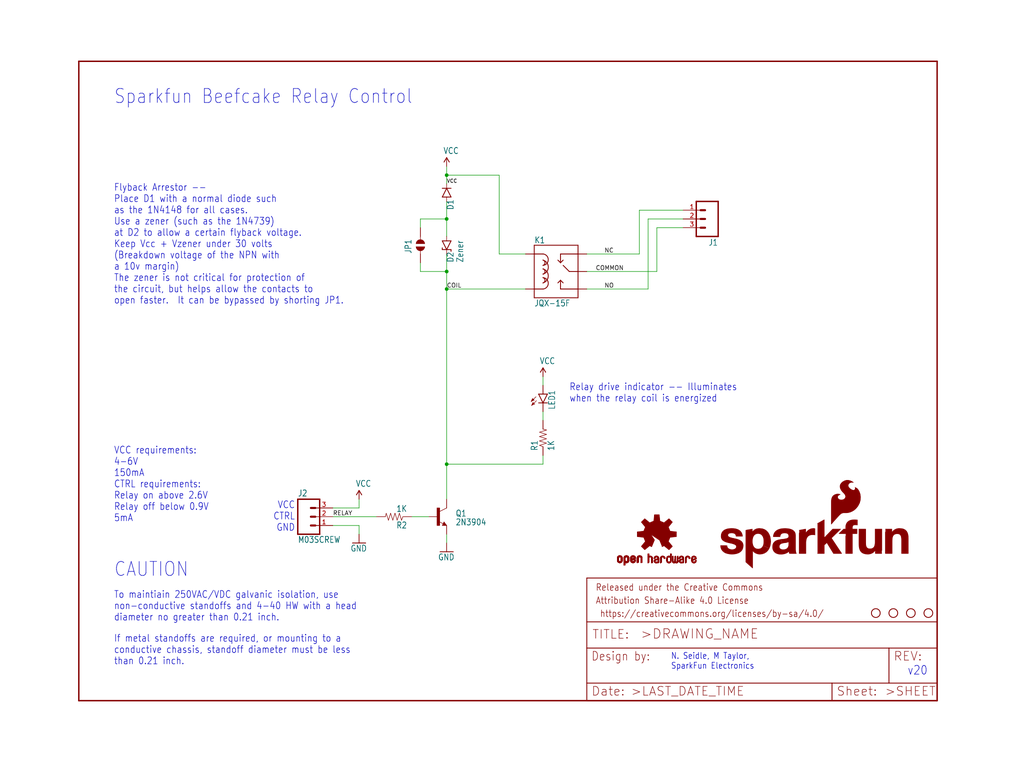
<source format=kicad_sch>
(kicad_sch (version 20211123) (generator eeschema)
  (paper "User" 297.002 223.926)
  (lib_symbols
    (symbol "schematicEagle-eagle-import:1KOHM-1{slash}4W-1%(PTH)HORIZ-KIT"
      (property "Reference" "R" (at -3.81 1.4986 0))
      (property "Value" "1KOHM-1{slash}4W-1%(PTH)HORIZ-KIT" (at -3.81 -3.302 0))
      (symbol "1KOHM-1{slash}4W-1%(PTH)HORIZ-KIT_1_0"
        (pin passive line (at -5.08 0 0) (length 2.54) (name "1") (number "P$1"))
        (pin passive line (at 5.08 0 180) (length 2.54) (name "2") (number "P$2"))
      )
    )
    (symbol "schematicEagle-eagle-import:DIODE-ZENER"
      (property "Reference" "D" (at 2.54 0.4826 0))
      (property "Value" "DIODE-ZENER" (at 2.54 -2.3114 0))
      (symbol "DIODE-ZENER_1_0"
        (pin passive line (at -2.54 0 0) (length 0) (name "A") (number "A"))
        (pin passive line (at 2.54 0 180) (length 0) (name "C") (number "C"))
      )
    )
    (symbol "schematicEagle-eagle-import:DIODEKIT"
      (property "Reference" "D" (at 2.54 0.4826 0))
      (property "Value" "DIODEKIT" (at 2.54 -2.3114 0))
      (symbol "DIODEKIT_1_0"
        (pin passive line (at -2.54 0 0) (length 0) (name "A") (number "A"))
        (pin passive line (at 2.54 0 180) (length 0) (name "C") (number "C"))
      )
    )
    (symbol "schematicEagle-eagle-import:FRAME-LETTER"
      (symbol "FRAME-LETTER_2_0"
        (text " https://creativecommons.org/licenses/by-sa/4.0/" (at 2.54 24.13 0) (effects (font (size 1.9304 1.6408)) (justify left bottom)))
        (text ">DRAWING_NAME" (at 15.494 17.78 0) (effects (font (size 2.7432 2.7432)) (justify left bottom)))
        (text ">LAST_DATE_TIME" (at 12.7 1.27 0) (effects (font (size 2.54 2.54)) (justify left bottom)))
        (text ">SHEET" (at 86.36 1.27 0) (effects (font (size 2.54 2.54)) (justify left bottom)))
        (text "Attribution Share-Alike 4.0 License" (at 2.54 27.94 0) (effects (font (size 1.9304 1.6408)) (justify left bottom)))
        (text "Date:" (at 1.27 1.27 0) (effects (font (size 2.54 2.54)) (justify left bottom)))
        (text "Design by:" (at 1.27 11.43 0) (effects (font (size 2.54 2.159)) (justify left bottom)))
        (text "Released under the Creative Commons" (at 2.54 31.75 0) (effects (font (size 1.9304 1.6408)) (justify left bottom)))
        (text "REV:" (at 88.9 11.43 0) (effects (font (size 2.54 2.54)) (justify left bottom)))
        (text "Sheet:" (at 72.39 1.27 0) (effects (font (size 2.54 2.54)) (justify left bottom)))
        (text "TITLE:" (at 1.524 17.78 0) (effects (font (size 2.54 2.54)) (justify left bottom)))
      )
    )
    (symbol "schematicEagle-eagle-import:GND" (power)
      (property "Value" "GND" (at -2.54 -2.54 0))
      (symbol "GND_1_0"
        (pin power_in line (at 0 2.54 270) (length 2.54) (name "GND") (number "1"))
      )
    )
    (symbol "schematicEagle-eagle-import:JUMPER-PAD-2-NOYES_SILK"
      (property "Reference" "JP" (at -2.54 2.54 0))
      (property "Value" "JUMPER-PAD-2-NOYES_SILK" (at -2.54 -5.08 0))
      (symbol "JUMPER-PAD-2-NOYES_SILK_1_0"
        (pin passive line (at -5.08 0 0) (length 2.54) (name "1") (number "1"))
        (pin passive line (at 5.08 0 180) (length 2.54) (name "2") (number "2"))
      )
    )
    (symbol "schematicEagle-eagle-import:LED5MM-KIT"
      (property "Reference" "D" (at 3.556 -4.572 90))
      (property "Value" "LED5MM-KIT" (at 5.715 -4.572 90))
      (symbol "LED5MM-KIT_1_0"
        (pin passive line (at 0 2.54 270) (length 2.54) (name "A") (number "A"))
        (pin passive line (at 0 -5.08 90) (length 2.54) (name "C") (number "K"))
      )
    )
    (symbol "schematicEagle-eagle-import:M03-SCREW-5MM"
      (property "Reference" "J" (at -2.54 5.842 0))
      (property "Value" "M03-SCREW-5MM" (at -2.54 -7.62 0))
      (symbol "M03-SCREW-5MM_1_0"
        (pin passive line (at 7.62 -2.54 180) (length 5.08) (name "1") (number "1"))
        (pin passive line (at 7.62 0 180) (length 5.08) (name "2") (number "2"))
        (pin passive line (at 7.62 2.54 180) (length 5.08) (name "3") (number "3"))
      )
    )
    (symbol "schematicEagle-eagle-import:M03SCREW"
      (property "Reference" "J" (at -2.54 5.842 0))
      (property "Value" "M03SCREW" (at -2.54 -7.62 0))
      (symbol "M03SCREW_1_0"
        (pin passive line (at 7.62 -2.54 180) (length 5.08) (name "1") (number "1"))
        (pin passive line (at 7.62 0 180) (length 5.08) (name "2") (number "2"))
        (pin passive line (at 7.62 2.54 180) (length 5.08) (name "3") (number "3"))
      )
    )
    (symbol "schematicEagle-eagle-import:OSHW-LOGOS")
    (symbol "schematicEagle-eagle-import:RELAYPTH5"
      (property "Value" "RELAYPTH5" (at -7.62 -10.16 0))
      (symbol "RELAYPTH5_1_0"
        (pin bidirectional line (at -10.16 5.08 0) (length 2.54) (name "COIL1") (number "COIL1"))
        (pin bidirectional line (at -10.16 -5.08 0) (length 2.54) (name "COIL2") (number "COIL2"))
        (pin bidirectional line (at 7.62 0 180) (length 2.54) (name "MAIN") (number "MAIN"))
        (pin bidirectional line (at 7.62 5.08 180) (length 2.54) (name "NC") (number "NC"))
        (pin bidirectional line (at 7.62 -5.08 180) (length 2.54) (name "NO") (number "NO"))
      )
    )
    (symbol "schematicEagle-eagle-import:SFE_LOGO_NAME_FLAME.1_INCH")
    (symbol "schematicEagle-eagle-import:STAND-OFF")
    (symbol "schematicEagle-eagle-import:TRANSISTOR_NPN2N3904-EZ"
      (property "Reference" "Q" (at 5.08 0 0))
      (property "Value" "TRANSISTOR_NPN2N3904-EZ" (at 5.08 -2.54 0))
      (symbol "TRANSISTOR_NPN2N3904-EZ_1_0"
        (pin passive line (at 2.54 -5.08 90) (length 2.54) (name "E") (number "1"))
        (pin passive line (at -2.54 0 0) (length 2.54) (name "B") (number "2"))
        (pin passive line (at 2.54 5.08 270) (length 2.54) (name "C") (number "3"))
      )
    )
    (symbol "schematicEagle-eagle-import:VCC" (power)
      (property "Value" "VCC" (at -1.016 3.556 0))
      (symbol "VCC_1_0"
        (pin power_in line (at 0 0 90) (length 2.54) (name "VCC") (number "1"))
      )
    )
  )
  (junction (at 129.54 83.82))
  (junction (at 129.54 134.62))
  (junction (at 129.54 63.5))
  (junction (at 129.54 78.74))
  (junction (at 129.54 50.8))
  (wire (pts (xy 96.52 147.32) (xy 104.14 147.32)))
  (wire (pts (xy 129.54 157.48) (xy 129.54 154.94)))
  (wire (pts (xy 129.54 50.8) (xy 144.78 50.8)))
  (wire (pts (xy 129.54 73.66) (xy 129.54 78.74)))
  (wire (pts (xy 104.14 147.32) (xy 104.14 144.78)))
  (wire (pts (xy 185.42 60.96) (xy 198.12 60.96)))
  (wire (pts (xy 129.54 53.34) (xy 129.54 50.8)))
  (wire (pts (xy 121.92 76.2) (xy 121.92 78.74)))
  (wire (pts (xy 104.14 152.4) (xy 104.14 154.94)))
  (wire (pts (xy 129.54 144.78) (xy 129.54 134.62)))
  (wire (pts (xy 129.54 83.82) (xy 129.54 78.74)))
  (wire (pts (xy 129.54 58.42) (xy 129.54 63.5)))
  (wire (pts (xy 129.54 50.8) (xy 129.54 48.26)))
  (wire (pts (xy 185.42 73.66) (xy 185.42 60.96)))
  (wire (pts (xy 190.5 66.04) (xy 198.12 66.04)))
  (wire (pts (xy 157.48 109.22) (xy 157.48 111.76)))
  (wire (pts (xy 129.54 78.74) (xy 121.92 78.74)))
  (wire (pts (xy 190.5 78.74) (xy 190.5 66.04)))
  (wire (pts (xy 96.52 152.4) (xy 104.14 152.4)))
  (wire (pts (xy 119.38 149.86) (xy 124.46 149.86)))
  (wire (pts (xy 129.54 83.82) (xy 152.4 83.82)))
  (wire (pts (xy 129.54 134.62) (xy 129.54 83.82)))
  (wire (pts (xy 129.54 134.62) (xy 157.48 134.62)))
  (wire (pts (xy 144.78 73.66) (xy 152.4 73.66)))
  (wire (pts (xy 109.22 149.86) (xy 96.52 149.86)))
  (wire (pts (xy 187.96 83.82) (xy 187.96 63.5)))
  (wire (pts (xy 187.96 83.82) (xy 170.18 83.82)))
  (wire (pts (xy 187.96 63.5) (xy 198.12 63.5)))
  (wire (pts (xy 157.48 121.92) (xy 157.48 119.38)))
  (wire (pts (xy 190.5 78.74) (xy 170.18 78.74)))
  (wire (pts (xy 144.78 50.8) (xy 144.78 73.66)))
  (wire (pts (xy 121.92 66.04) (xy 121.92 63.5)))
  (wire (pts (xy 129.54 63.5) (xy 129.54 68.58)))
  (wire (pts (xy 129.54 63.5) (xy 121.92 63.5)))
  (wire (pts (xy 170.18 73.66) (xy 185.42 73.66)))
  (wire (pts (xy 157.48 134.62) (xy 157.48 132.08)))
  (text "VCC requirements:\n4-6V\n150mA\nCTRL requirements:\nRelay on above 2.6V\nRelay off below 0.9V\n5mA" (at 33.02 129.54 0) (effects (font (size 2.032 1.7272)) (justify left top)))
  (text "VCC\nCTRL\nGND" (at 85.598 149.86 180) (effects (font (size 2.032 1.7272)) (justify right)))
  (text "v20" (at 263.144 196.088 180) (effects (font (size 2.54 2.159)) (justify left bottom)))
  (text "Flyback Arrestor --\nPlace D1 with a normal diode such\nas the 1N4148 for all cases.\nUse a zener (such as the 1N4739)\nat D2 to allow a certain flyback voltage.\nKeep Vcc + Vzener under 30 volts\n(Breakdown voltage of the NPN with\na 10v margin)\nThe zener is not critical for protection of\nthe circuit, but helps allow the contacts to\nopen faster.  It can be bypassed by shorting JP1." (at 33.02 53.34 0) (effects (font (size 2.032 1.7272)) (justify left top)))
  (text "If metal standoffs are required, or mounting to a\nconductive chassis, standoff diameter must be less\nthan 0.21 inch." (at 33.02 193.04 0) (effects (font (size 2.032 1.7272)) (justify left bottom)))
  (text "To maintiain 250VAC/VDC galvanic isolation, use\nnon-conductive standoffs and 4-40 HW with a head\ndiameter no greater than 0.21 inch." (at 33.02 180.34 0) (effects (font (size 2.032 1.7272)) (justify left bottom)))
  (text "CAUTION~{}" (at 33.02 167.64 180) (effects (font (size 4.064 3.4544)) (justify left bottom)))
  (text "Relay drive indicator -- Illuminates\nwhen the relay coil is energized" (at 165.1 116.84 0) (effects (font (size 2.032 1.7272)) (justify left bottom)))
  (text "Sparkfun Beefcake Relay Control" (at 33.02 30.48 180) (effects (font (size 4.064 3.4544)) (justify left bottom)))
  (text "N. Seidle, M Taylor,\nSparkFun Electronics" (at 194.564 194.31 180) (effects (font (size 1.778 1.5113)) (justify left bottom)))
  (label "COMMON" (at 172.72 78.74 0) (effects (font (size 1.2446 1.2446))))
  (label "RELAY" (at 96.52 149.86 0) (effects (font (size 1.2446 1.2446))))
  (label "VCC" (at 129.54 53.34 0) (effects (font (size 1.016 1.016))))
  (label "COIL" (at 129.54 83.82 0) (effects (font (size 1.2446 1.2446))))
  (label "NO" (at 175.26 83.82 0) (effects (font (size 1.2446 1.2446))))
  (label "NC" (at 175.26 73.66 0) (effects (font (size 1.2446 1.2446))))
  (symbol (lib_id "schematicEagle-eagle-import:GND") (at 104.14 157.48 0) (unit 1)
    (property "Reference" "#GND2" (effects hide))
    (property "Value" "GND" (at 101.6 160.02 0) (effects (font (size 1.778 1.5113)) (justify left bottom)))
    (property "Footprint" "schematicEagle:" (effects hide))
  )
  (symbol (lib_id "schematicEagle-eagle-import:1KOHM-1{slash}4W-1%(PTH)HORIZ-KIT") (at 114.3 149.86 180) (unit 1)
    (property "Reference" "R2" (at 118.11 151.3586 0) (effects (font (size 1.778 1.5113)) (justify left bottom)))
    (property "Value" "1K" (at 118.11 146.558 0) (effects (font (size 1.778 1.5113)) (justify left bottom)))
    (property "Footprint" "schematicEagle:AXIAL-0.3EZ" (effects hide))
  )
  (symbol (lib_id "schematicEagle-eagle-import:RELAYPTH5") (at 162.56 78.74 0) (unit 1)
    (property "Reference" "K1" (at 154.94 70.612 0) (effects (font (size 1.778 1.5113)) (justify left bottom)))
    (property "Value" "JQX-15F" (at 154.94 88.9 0) (effects (font (size 1.778 1.5113)) (justify left bottom)))
    (property "Footprint" "schematicEagle:RELAY-T90" (effects hide))
  )
  (symbol (lib_id "schematicEagle-eagle-import:STAND-OFF") (at 259.08 177.8 0) (unit 1)
    (property "Reference" "U$5" (effects hide))
    (property "Value" "STAND-OFF" (effects hide))
    (property "Footprint" "schematicEagle:STAND-OFF" (effects hide))
  )
  (symbol (lib_id "schematicEagle-eagle-import:1KOHM-1{slash}4W-1%(PTH)HORIZ-KIT") (at 157.48 127 90) (unit 1)
    (property "Reference" "R1" (at 155.9814 130.81 0) (effects (font (size 1.778 1.5113)) (justify left bottom)))
    (property "Value" "1K" (at 160.782 130.81 0) (effects (font (size 1.778 1.5113)) (justify left bottom)))
    (property "Footprint" "schematicEagle:AXIAL-0.3EZ" (effects hide))
  )
  (symbol (lib_id "schematicEagle-eagle-import:TRANSISTOR_NPN2N3904-EZ") (at 127 149.86 0) (unit 1)
    (property "Reference" "Q1" (at 132.08 149.86 0) (effects (font (size 1.778 1.5113)) (justify left bottom)))
    (property "Value" "2N3904" (at 132.08 152.4 0) (effects (font (size 1.778 1.5113)) (justify left bottom)))
    (property "Footprint" "schematicEagle:TO-92-EZ" (effects hide))
  )
  (symbol (lib_id "schematicEagle-eagle-import:VCC") (at 129.54 48.26 0) (unit 1)
    (property "Reference" "#VCC0" (effects hide))
    (property "Value" "VCC" (at 128.524 44.704 0) (effects (font (size 1.778 1.5113)) (justify left bottom)))
    (property "Footprint" "schematicEagle:" (effects hide))
  )
  (symbol (lib_id "schematicEagle-eagle-import:M03SCREW") (at 88.9 149.86 0) (unit 1)
    (property "Reference" "J2" (at 86.36 144.018 0) (effects (font (size 1.778 1.5113)) (justify left bottom)))
    (property "Value" "M03SCREW" (at 86.36 157.48 0) (effects (font (size 1.778 1.5113)) (justify left bottom)))
    (property "Footprint" "schematicEagle:SCREWTERMINAL-3.5MM-3" (effects hide))
  )
  (symbol (lib_id "schematicEagle-eagle-import:FRAME-LETTER") (at 170.18 203.2 0) (unit 2)
    (property "Reference" "FRAME2" (effects hide))
    (property "Value" "FRAME-LETTER" (effects hide))
    (property "Footprint" "schematicEagle:CREATIVE_COMMONS" (effects hide))
  )
  (symbol (lib_id "schematicEagle-eagle-import:DIODE-ZENER") (at 129.54 71.12 270) (unit 1)
    (property "Reference" "D2" (at 131.5974 76.2 0) (effects (font (size 1.778 1.5113)) (justify right top)))
    (property "Value" "Zener" (at 134.3914 76.2 0) (effects (font (size 1.778 1.5113)) (justify right top)))
    (property "Footprint" "schematicEagle:DIODE-1N4148-KIT" (effects hide))
  )
  (symbol (lib_id "schematicEagle-eagle-import:DIODEKIT") (at 129.54 55.88 90) (unit 1)
    (property "Reference" "D1" (at 131.5974 60.96 0) (effects (font (size 1.778 1.5113)) (justify left bottom)))
    (property "Value" "1N4148" (at 134.3914 60.96 0) (effects (font (size 1.778 1.5113)) (justify left bottom)))
    (property "Footprint" "schematicEagle:DIODE-1N4148-KIT" (effects hide))
    (property "Value" "1N4148" (effects hide))
  )
  (symbol (lib_id "schematicEagle-eagle-import:VCC") (at 104.14 144.78 0) (unit 1)
    (property "Reference" "#U$8" (effects hide))
    (property "Value" "VCC" (at 103.124 141.224 0) (effects (font (size 1.778 1.5113)) (justify left bottom)))
    (property "Footprint" "schematicEagle:" (effects hide))
  )
  (symbol (lib_id "schematicEagle-eagle-import:JUMPER-PAD-2-NOYES_SILK") (at 121.92 71.12 90) (unit 1)
    (property "Reference" "JP1" (at 119.38 73.66 0) (effects (font (size 1.778 1.5113)) (justify left bottom)))
    (property "Value" "JUMPER-PAD-2-NOYES_SILK" (effects hide))
    (property "Footprint" "schematicEagle:PAD-JUMPER-2-NO_YES_SILK" (effects hide))
  )
  (symbol (lib_id "schematicEagle-eagle-import:M03-SCREW-5MM") (at 205.74 63.5 180) (unit 1)
    (property "Reference" "J1" (at 208.28 69.342 0) (effects (font (size 1.778 1.5113)) (justify left bottom)))
    (property "Value" "M03-SCREW-5MM" (at 208.28 55.88 0) (effects (font (size 1.778 1.5113)) (justify left bottom)))
    (property "Footprint" "schematicEagle:SCREWTERMINAL-5MM-3" (effects hide))
    (property "Value" "M03-SCREW-5MM" (effects hide))
  )
  (symbol (lib_id "schematicEagle-eagle-import:LED5MM-KIT") (at 157.48 114.3 0) (unit 1)
    (property "Reference" "LED1" (at 161.036 118.872 90) (effects (font (size 1.778 1.5113)) (justify left bottom)))
    (property "Value" "LED5MM-KIT" (at 163.195 118.872 90) (effects (font (size 1.778 1.5113)) (justify left bottom)))
    (property "Footprint" "schematicEagle:LED5MM-KIT" (effects hide))
    (property "Value" "LED5MM-KIT" (effects hide))
  )
  (symbol (lib_id "schematicEagle-eagle-import:STAND-OFF") (at 254 177.8 0) (unit 1)
    (property "Reference" "U$7" (effects hide))
    (property "Value" "STAND-OFF" (effects hide))
    (property "Footprint" "schematicEagle:STAND-OFF" (effects hide))
  )
  (symbol (lib_id "schematicEagle-eagle-import:SFE_LOGO_NAME_FLAME.1_INCH") (at 208.28 165.1 0) (unit 1)
    (property "Reference" "LOGO1" (effects hide))
    (property "Value" "SFE_LOGO_NAME_FLAME.1_INCH" (effects hide))
    (property "Footprint" "schematicEagle:SFE_LOGO_NAME_FLAME_.1" (effects hide))
  )
  (symbol (lib_id "schematicEagle-eagle-import:GND") (at 129.54 160.02 0) (unit 1)
    (property "Reference" "#GND1" (effects hide))
    (property "Value" "GND" (at 127 162.56 0) (effects (font (size 1.778 1.5113)) (justify left bottom)))
    (property "Footprint" "schematicEagle:" (effects hide))
  )
  (symbol (lib_id "schematicEagle-eagle-import:VCC") (at 157.48 109.22 0) (unit 1)
    (property "Reference" "#U$10" (effects hide))
    (property "Value" "VCC" (at 156.464 105.664 0) (effects (font (size 1.778 1.5113)) (justify left bottom)))
    (property "Footprint" "schematicEagle:" (effects hide))
  )
  (symbol (lib_id "schematicEagle-eagle-import:STAND-OFF") (at 269.24 177.8 0) (unit 1)
    (property "Reference" "U$3" (effects hide))
    (property "Value" "STAND-OFF" (effects hide))
    (property "Footprint" "schematicEagle:STAND-OFF" (effects hide))
  )
  (symbol (lib_id "schematicEagle-eagle-import:FRAME-LETTER") (at 22.86 203.2 0) (unit 1)
    (property "Reference" "FRAME2" (effects hide))
    (property "Value" "FRAME-LETTER" (effects hide))
    (property "Footprint" "schematicEagle:CREATIVE_COMMONS" (effects hide))
  )
  (symbol (lib_id "schematicEagle-eagle-import:OSHW-LOGOS") (at 190.5 154.94 0) (unit 1)
    (property "Reference" "U$12" (effects hide))
    (property "Value" "OSHW-LOGOS" (effects hide))
    (property "Footprint" "schematicEagle:OSHW-LOGO-S" (effects hide))
  )
  (symbol (lib_id "schematicEagle-eagle-import:STAND-OFF") (at 264.16 177.8 0) (unit 1)
    (property "Reference" "U$4" (effects hide))
    (property "Value" "STAND-OFF" (effects hide))
    (property "Footprint" "schematicEagle:STAND-OFF" (effects hide))
  )
)
</source>
